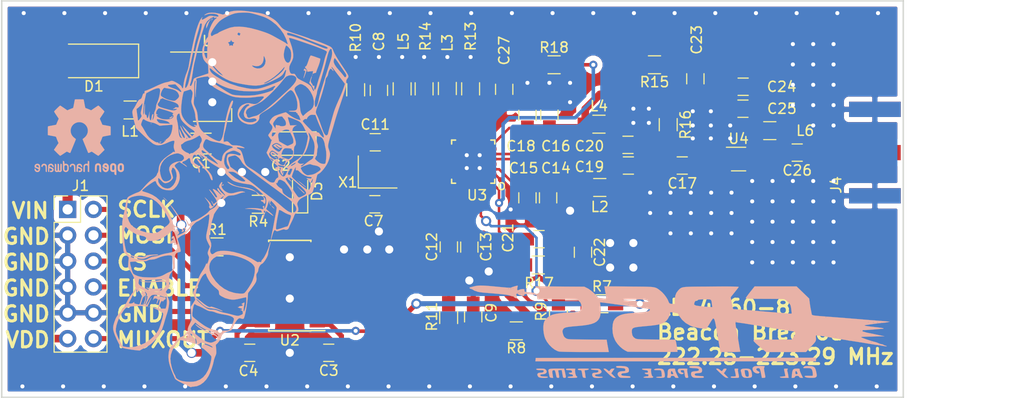
<source format=kicad_pcb>
(kicad_pcb (version 20171130) (host pcbnew "(5.0.0-rc2-dev-311-g1dd4af297)")
  (layers (0 F.Cu signal) (31 B.Cu signal) (34 B.Paste user) (35 F.Paste user) (36 B.SilkS user) (37 F.SilkS user) (38 B.Mask user) (39 F.Mask user) (44 Edge.Cuts user))
  (net 0 "")
  (net 1 GND)
  (net 2 VIN_IND)
  (net 3 VDD)
  (net 4 "Net-(C7-Pad2)")
  (net 5 "Net-(C8-Pad1)")
  (net 6 MUXOUT)
  (net 7 F_OUT)
  (net 8 "Net-(C17-Pad1)")
  (net 9 "Net-(C19-Pad2)")
  (net 10 "Net-(C20-Pad2)")
  (net 11 "Net-(C20-Pad1)")
  (net 12 "Net-(C21-Pad1)")
  (net 13 "Net-(C22-Pad1)")
  (net 14 "Net-(C23-Pad2)")
  (net 15 "Net-(C26-Pad2)")
  (net 16 "Net-(C26-Pad1)")
  (net 17 "Net-(C27-Pad1)")
  (net 18 VIN)
  (net 19 "Net-(D1-Pad1)")
  (net 20 "Net-(D3-Pad1)")
  (net 21 SCLK)
  (net 22 CE)
  (net 23 "Net-(L3-Pad1)")
  (net 24 "Net-(L5-Pad1)")
  (net 25 "Net-(R7-Pad1)")
  (net 26 "Net-(R10-Pad1)")
  (net 27 "Net-(R11-Pad1)")
  (net 28 "Net-(U3-Pad16)")
  (net 29 "Net-(C11-Pad2)")
  (net 30 CE_OUT)
  (net 31 LE_OUT)
  (net 32 DATA_OUT)
  (net 33 SCLK_OUT)
  (net 34 "Net-(R1-Pad2)")
  (net 35 "Net-(U2-Pad9)")
  (net 36 "Net-(U2-Pad6)")
  (net 37 LE)
  (net 38 DATA)
  (module Inductors_SMD:L_0805_HandSoldering (layer F.Cu) (at 171.624 70.739 180)
    (fp_text reference L1 (at 0 -2.1 180) (layer F.SilkS))
    (fp_text value MH2029-300Y)
    (pad 2 smd rect (at 1.35 0 180) (size 1.5 1.3) (layers F.Cu F.Paste F.Mask) (net 19 "Net-(D1-Pad1)"))
    (pad 1 smd rect (at -1.35 0 180) (size 1.5 1.3) (layers F.Cu F.Paste F.Mask) (net 2 VIN_IND))
  )
  (module TO_SOT_Packages_SMD:SOT-223 (layer F.Cu) (at 179.705 68.453)
    (fp_text reference U1 (at 0 -4.5) (layer F.SilkS))
    (fp_text value LM1117-3.3)
    (pad 1 smd rect (at -3.15 -2.3) (size 2 1.5) (layers F.Cu F.Paste F.Mask) (net 1 GND))
    (pad 3 smd rect (at -3.15 2.3) (size 2 1.5) (layers F.Cu F.Paste F.Mask) (net 2 VIN_IND))
    (pad 2 smd rect (at -3.15 0) (size 2 1.5) (layers F.Cu F.Paste F.Mask) (net 3 VDD))
    (pad 4 smd rect (at 3.15 0) (size 2 3.8) (layers F.Cu F.Paste F.Mask) (net 3 VDD))
  )
  (module Capacitors_SMD:C_1206_HandSoldering (layer F.Cu) (at 178.594 74.041)
    (fp_text reference C1 (at 0 1.905) (layer F.SilkS))
    (fp_text value 10u)
    (pad 2 smd rect (at 2 0) (size 2 1.6) (layers F.Cu F.Paste F.Mask) (net 1 GND))
    (pad 1 smd rect (at -2 0) (size 2 1.6) (layers F.Cu F.Paste F.Mask) (net 2 VIN_IND))
  )
  (module Diodes_SMD:D_SMA_Handsoldering (layer F.Cu) (at 168.061 65.913 180)
    (fp_text reference D1 (at 0 -2.5 180) (layer F.SilkS))
    (fp_text value BYS10-45-E3/TR)
    (pad 2 smd rect (at 2.5 0 180) (size 3.5 1.8) (layers F.Cu F.Paste F.Mask) (net 18 VIN))
    (pad 1 smd rect (at -2.5 0 180) (size 3.5 1.8) (layers F.Cu F.Paste F.Mask) (net 19 "Net-(D1-Pad1)"))
  )
  (module Capacitors_Tantalum_SMD:CP_Tantalum_Case-R_EIA-2012-12_Hand (layer F.Cu) (at 186.612 74.041 180)
    (fp_text reference C2 (at 0.176 -2.159 180) (layer F.SilkS))
    (fp_text value 50u)
    (pad 2 smd rect (at 1.7 0 180) (size 2.6 1.8) (layers F.Cu F.Paste F.Mask) (net 1 GND))
    (pad 1 smd rect (at -1.7 0 180) (size 2.6 1.8) (layers F.Cu F.Paste F.Mask) (net 3 VDD))
  )
  (module Capacitors_SMD:C_0805_HandSoldering (layer F.Cu) (at 195.687 80.01)
    (fp_text reference C7 (at -0.127 1.651) (layer F.SilkS))
    (fp_text value 10n)
    (pad 1 smd rect (at -1.25 0) (size 1.5 1.25) (layers F.Cu F.Paste F.Mask) (net 3 VDD))
    (pad 2 smd rect (at 1.25 0) (size 1.5 1.25) (layers F.Cu F.Paste F.Mask) (net 4 "Net-(C7-Pad2)"))
  )
  (module Capacitors_SMD:C_0805_HandSoldering (layer F.Cu) (at 196.088 68.814 90)
    (fp_text reference C8 (at 4.806 0 90) (layer F.SilkS))
    (fp_text value 10n)
    (pad 2 smd rect (at 1.25 0 90) (size 1.5 1.25) (layers F.Cu F.Paste F.Mask) (net 1 GND))
    (pad 1 smd rect (at -1.25 0 90) (size 1.5 1.25) (layers F.Cu F.Paste F.Mask) (net 5 "Net-(C8-Pad1)"))
  )
  (module Capacitors_SMD:C_0805_HandSoldering (layer F.Cu) (at 205.359 91.079 90)
    (fp_text reference C9 (at 0.401 1.778 90) (layer F.SilkS))
    (fp_text value 27n)
    (pad 2 smd rect (at 1.25 0 90) (size 1.5 1.25) (layers F.Cu F.Paste F.Mask) (net 1 GND))
    (pad 1 smd rect (at -1.25 0 90) (size 1.5 1.25) (layers F.Cu F.Paste F.Mask) (net 6 MUXOUT))
  )
  (module Capacitors_SMD:C_0805_HandSoldering (layer F.Cu) (at 195.727 73.914)
    (fp_text reference C11 (at 0 -1.75) (layer F.SilkS))
    (fp_text value 10u)
    (pad 1 smd rect (at -1.25 0) (size 1.5 1.25) (layers F.Cu F.Paste F.Mask) (net 3 VDD))
    (pad 2 smd rect (at 1.25 0) (size 1.5 1.25) (layers F.Cu F.Paste F.Mask) (net 29 "Net-(C11-Pad2)"))
  )
  (module Capacitors_SMD:C_0805_HandSoldering (layer F.Cu) (at 202.966 84.201 90)
    (fp_text reference C12 (at 0 -1.671 90) (layer F.SilkS))
    (fp_text value 0.1u)
    (pad 1 smd rect (at -1.25 0 90) (size 1.5 1.25) (layers F.Cu F.Paste F.Mask) (net 1 GND))
    (pad 2 smd rect (at 1.25 0 90) (size 1.5 1.25) (layers F.Cu F.Paste F.Mask) (net 3 VDD))
  )
  (module Capacitors_SMD:C_0805_HandSoldering (layer F.Cu) (at 204.978 84.221 90)
    (fp_text reference C13 (at 0.02 1.651 90) (layer F.SilkS))
    (fp_text value 10p)
    (pad 2 smd rect (at 1.25 0 90) (size 1.5 1.25) (layers F.Cu F.Paste F.Mask) (net 3 VDD))
    (pad 1 smd rect (at -1.25 0 90) (size 1.5 1.25) (layers F.Cu F.Paste F.Mask) (net 1 GND))
  )
  (module Capacitors_SMD:C_0805_HandSoldering (layer F.Cu) (at 212.725 79.375 90)
    (fp_text reference C14 (at 2.921 0.762 180) (layer F.SilkS))
    (fp_text value 0.1u)
    (pad 2 smd rect (at 1.25 0 90) (size 1.5 1.25) (layers F.Cu F.Paste F.Mask) (net 3 VDD))
    (pad 1 smd rect (at -1.25 0 90) (size 1.5 1.25) (layers F.Cu F.Paste F.Mask) (net 1 GND))
  )
  (module Capacitors_SMD:C_0805_HandSoldering (layer F.Cu) (at 210.693 79.375 90)
    (fp_text reference C15 (at 2.921 -0.381) (layer F.SilkS))
    (fp_text value 10p)
    (pad 1 smd rect (at -1.25 0 90) (size 1.5 1.25) (layers F.Cu F.Paste F.Mask) (net 1 GND))
    (pad 2 smd rect (at 1.25 0 90) (size 1.5 1.25) (layers F.Cu F.Paste F.Mask) (net 3 VDD))
  )
  (module Capacitors_SMD:C_0805_HandSoldering (layer F.Cu) (at 212.852 71.247 90)
    (fp_text reference C16 (at -3.048 0.635) (layer F.SilkS))
    (fp_text value 0.1u)
    (pad 2 smd rect (at 1.25 0 90) (size 1.5 1.25) (layers F.Cu F.Paste F.Mask) (net 1 GND))
    (pad 1 smd rect (at -1.25 0 90) (size 1.5 1.25) (layers F.Cu F.Paste F.Mask) (net 3 VDD))
  )
  (module Capacitors_SMD:C_0805_HandSoldering (layer F.Cu) (at 225.913 76.2 180)
    (fp_text reference C17 (at 0 -1.75 180) (layer F.SilkS))
    (fp_text value 270p)
    (pad 2 smd rect (at 1.25 0 180) (size 1.5 1.25) (layers F.Cu F.Paste F.Mask) (net 7 F_OUT))
    (pad 1 smd rect (at -1.25 0 180) (size 1.5 1.25) (layers F.Cu F.Paste F.Mask) (net 8 "Net-(C17-Pad1)"))
  )
  (module Capacitors_SMD:C_0805_HandSoldering (layer F.Cu) (at 210.693 71.267 90)
    (fp_text reference C18 (at -3.028 -0.635 180) (layer F.SilkS))
    (fp_text value 10p)
    (pad 2 smd rect (at 1.25 0 90) (size 1.5 1.25) (layers F.Cu F.Paste F.Mask) (net 1 GND))
    (pad 1 smd rect (at -1.25 0 90) (size 1.5 1.25) (layers F.Cu F.Paste F.Mask) (net 3 VDD))
  )
  (module Capacitors_SMD:C_0805_HandSoldering (layer F.Cu) (at 220.619 76.2 180)
    (fp_text reference C19 (at 3.83 -0.127 180) (layer F.SilkS))
    (fp_text value 100p)
    (pad 2 smd rect (at 1.25 0 180) (size 1.5 1.25) (layers F.Cu F.Paste F.Mask) (net 9 "Net-(C19-Pad2)"))
    (pad 1 smd rect (at -1.25 0 180) (size 1.5 1.25) (layers F.Cu F.Paste F.Mask) (net 7 F_OUT))
  )
  (module Capacitors_SMD:C_0805_HandSoldering (layer F.Cu) (at 220.579 74.168 180)
    (fp_text reference C20 (at 3.79 -0.127 180) (layer F.SilkS))
    (fp_text value 100p)
    (pad 2 smd rect (at 1.25 0 180) (size 1.5 1.25) (layers F.Cu F.Paste F.Mask) (net 10 "Net-(C20-Pad2)"))
    (pad 1 smd rect (at -1.25 0 180) (size 1.5 1.25) (layers F.Cu F.Paste F.Mask) (net 11 "Net-(C20-Pad1)"))
  )
  (module Capacitors_SMD:C_0805_HandSoldering (layer F.Cu) (at 211.836 83.439)
    (fp_text reference C21 (at -3.048 -0.127 90) (layer F.SilkS))
    (fp_text value 560p)
    (pad 1 smd rect (at -1.25 0) (size 1.5 1.25) (layers F.Cu F.Paste F.Mask) (net 12 "Net-(C21-Pad1)"))
    (pad 2 smd rect (at 1.25 0) (size 1.5 1.25) (layers F.Cu F.Paste F.Mask) (net 1 GND))
  )
  (module Capacitors_SMD:C_0805_HandSoldering (layer F.Cu) (at 216.154 84.729 90)
    (fp_text reference C22 (at 0 1.651 90) (layer F.SilkS))
    (fp_text value 8.2n)
    (pad 1 smd rect (at -1.25 0 90) (size 1.5 1.25) (layers F.Cu F.Paste F.Mask) (net 13 "Net-(C22-Pad1)"))
    (pad 2 smd rect (at 1.25 0 90) (size 1.5 1.25) (layers F.Cu F.Paste F.Mask) (net 1 GND))
  )
  (module Capacitors_SMD:C_0805_HandSoldering (layer F.Cu) (at 227.203 67.671 90)
    (fp_text reference C23 (at 3.83 0.127 90) (layer F.SilkS))
    (fp_text value 1u)
    (pad 1 smd rect (at -1.25 0 90) (size 1.5 1.25) (layers F.Cu F.Paste F.Mask) (net 1 GND))
    (pad 2 smd rect (at 1.25 0 90) (size 1.5 1.25) (layers F.Cu F.Paste F.Mask) (net 14 "Net-(C23-Pad2)"))
  )
  (module Capacitors_SMD:C_0805_HandSoldering (layer F.Cu) (at 231.902 68.453)
    (fp_text reference C24 (at 3.79 0) (layer F.SilkS))
    (fp_text value 1n)
    (pad 2 smd rect (at 1.25 0) (size 1.5 1.25) (layers F.Cu F.Paste F.Mask) (net 14 "Net-(C23-Pad2)"))
    (pad 1 smd rect (at -1.25 0) (size 1.5 1.25) (layers F.Cu F.Paste F.Mask) (net 1 GND))
  )
  (module Capacitors_SMD:C_0805_HandSoldering (layer F.Cu) (at 231.882 70.612)
    (fp_text reference C25 (at 3.83 0) (layer F.SilkS))
    (fp_text value 150p)
    (pad 1 smd rect (at -1.25 0) (size 1.5 1.25) (layers F.Cu F.Paste F.Mask) (net 1 GND))
    (pad 2 smd rect (at 1.25 0) (size 1.5 1.25) (layers F.Cu F.Paste F.Mask) (net 14 "Net-(C23-Pad2)"))
  )
  (module Capacitors_SMD:C_0805_HandSoldering (layer F.Cu) (at 237.216 74.93 180)
    (fp_text reference C26 (at 0 -1.75 180) (layer F.SilkS))
    (fp_text value 270p)
    (pad 2 smd rect (at 1.25 0 180) (size 1.5 1.25) (layers F.Cu F.Paste F.Mask) (net 15 "Net-(C26-Pad2)"))
    (pad 1 smd rect (at -1.25 0 180) (size 1.5 1.25) (layers F.Cu F.Paste F.Mask) (net 16 "Net-(C26-Pad1)"))
  )
  (module Capacitors_SMD:C_0805_HandSoldering (layer F.Cu) (at 208.407 68.707 270)
    (fp_text reference C27 (at -3.81 0 270) (layer F.SilkS))
    (fp_text value 270p)
    (pad 1 smd rect (at -1.25 0 270) (size 1.5 1.25) (layers F.Cu F.Paste F.Mask) (net 17 "Net-(C27-Pad1)"))
    (pad 2 smd rect (at 1.25 0 270) (size 1.5 1.25) (layers F.Cu F.Paste F.Mask) (net 1 GND))
  )
  (module LEDs:LED_0805_HandSoldering (layer F.Cu) (at 188.341 78.66 90)
    (fp_text reference D3 (at -0.08 1.651 90) (layer F.SilkS))
    (fp_text value LED)
    (pad 2 smd rect (at 1.35 0 90) (size 1.5 1.3) (layers F.Cu F.Paste F.Mask) (net 3 VDD))
    (pad 1 smd rect (at -1.35 0 90) (size 1.5 1.3) (layers F.Cu F.Paste F.Mask) (net 20 "Net-(D3-Pad1)"))
  )
  (module Connectors_Amphenol:Amphenol_RF_SMA_132289 (layer F.Cu) (at 244.856 74.93)
    (fp_text reference J4 (at -3.81 3.175 270) (layer F.SilkS))
    (fp_text value Conn_Coaxial)
    (pad 1 smd rect (at 0 0 90) (size 1.5 5.08) (layers F.Cu F.Paste F.Mask) (net 16 "Net-(C26-Pad1)"))
    (pad 2 smd rect (at 0 -4.25 90) (size 1.5 5.08) (layers F.Cu F.Paste F.Mask) (net 1 GND))
    (pad 2 smd rect (at 0 4.25 90) (size 1.5 5.08) (layers F.Cu F.Paste F.Mask) (net 1 GND))
    (pad 2 smd rect (at 0 -4.25 90) (size 1.5 5.08) (layers B.Cu B.Paste B.Mask) (net 1 GND))
    (pad 2 smd rect (at 0 4.25 90) (size 1.5 5.08) (layers B.Cu B.Paste B.Mask) (net 1 GND))
  )
  (module Inductors_SMD:L_0805_HandSoldering (layer F.Cu) (at 217.805 78.359)
    (fp_text reference L2 (at 0 1.905) (layer F.SilkS))
    (fp_text value 55.0n)
    (pad 1 smd rect (at -1.35 0) (size 1.5 1.3) (layers F.Cu F.Paste F.Mask) (net 3 VDD))
    (pad 2 smd rect (at 1.35 0) (size 1.5 1.3) (layers F.Cu F.Paste F.Mask) (net 9 "Net-(C19-Pad2)"))
  )
  (module Inductors_SMD:L_0805_HandSoldering (layer F.Cu) (at 202.819 68.627 90)
    (fp_text reference L3 (at 4.492 0 90) (layer F.SilkS))
    (fp_text value 53n)
    (pad 2 smd rect (at 1.35 0 90) (size 1.5 1.3) (layers F.Cu F.Paste F.Mask) (net 1 GND))
    (pad 1 smd rect (at -1.35 0 90) (size 1.5 1.3) (layers F.Cu F.Paste F.Mask) (net 23 "Net-(L3-Pad1)"))
  )
  (module Inductors_SMD:L_0805_HandSoldering (layer F.Cu) (at 217.725 72.136)
    (fp_text reference L4 (at 0 -1.778) (layer F.SilkS))
    (fp_text value 55.0n)
    (pad 2 smd rect (at 1.35 0) (size 1.5 1.3) (layers F.Cu F.Paste F.Mask) (net 10 "Net-(C20-Pad2)"))
    (pad 1 smd rect (at -1.35 0) (size 1.5 1.3) (layers F.Cu F.Paste F.Mask) (net 3 VDD))
  )
  (module Inductors_SMD:L_0805_HandSoldering (layer F.Cu) (at 198.374 68.66 90)
    (fp_text reference L5 (at 4.652 0.127 90) (layer F.SilkS))
    (fp_text value 53n)
    (pad 1 smd rect (at -1.35 0 90) (size 1.5 1.3) (layers F.Cu F.Paste F.Mask) (net 24 "Net-(L5-Pad1)"))
    (pad 2 smd rect (at 1.35 0 90) (size 1.5 1.3) (layers F.Cu F.Paste F.Mask) (net 1 GND))
  )
  (module Inductors_SMD:L_0805_HandSoldering (layer F.Cu) (at 234.522 72.771)
    (fp_text reference L6 (at 3.476 0) (layer F.SilkS))
    (fp_text value 72n)
    (pad 1 smd rect (at -1.35 0) (size 1.5 1.3) (layers F.Cu F.Paste F.Mask) (net 14 "Net-(C23-Pad2)"))
    (pad 2 smd rect (at 1.35 0) (size 1.5 1.3) (layers F.Cu F.Paste F.Mask) (net 15 "Net-(C26-Pad2)"))
  )
  (module Resistors_SMD:R_0805_HandSoldering (layer F.Cu) (at 184.23 80.01 180)
    (fp_text reference R4 (at 0 -1.7 180) (layer F.SilkS))
    (fp_text value 2.2k)
    (pad 1 smd rect (at -1.35 0 180) (size 1.5 1.3) (layers F.Cu F.Paste F.Mask) (net 20 "Net-(D3-Pad1)"))
    (pad 2 smd rect (at 1.35 0 180) (size 1.5 1.3) (layers F.Cu F.Paste F.Mask) (net 1 GND))
  )
  (module Resistors_SMD:R_0805_HandSoldering (layer F.Cu) (at 218.012 89.789)
    (fp_text reference R7 (at 0 -1.7) (layer F.SilkS))
    (fp_text value 0)
    (pad 2 smd rect (at 1.35 0) (size 1.5 1.3) (layers F.Cu F.Paste F.Mask) (net 22 CE))
    (pad 1 smd rect (at -1.35 0) (size 1.5 1.3) (layers F.Cu F.Paste F.Mask) (net 25 "Net-(R7-Pad1)"))
  )
  (module Resistors_SMD:R_0805_HandSoldering (layer F.Cu) (at 209.597 92.456 180)
    (fp_text reference R8 (at 0 -1.7 180) (layer F.SilkS))
    (fp_text value 10k)
    (pad 1 smd rect (at -1.35 0 180) (size 1.5 1.3) (layers F.Cu F.Paste F.Mask) (net 3 VDD))
    (pad 2 smd rect (at 1.35 0 180) (size 1.5 1.3) (layers F.Cu F.Paste F.Mask) (net 6 MUXOUT))
  )
  (module Resistors_SMD:R_0805_HandSoldering (layer F.Cu) (at 213.741 91.059 90)
    (fp_text reference R9 (at 0.508 -1.7 90) (layer F.SilkS))
    (fp_text value 0)
    (pad 1 smd rect (at -1.35 0 90) (size 1.5 1.3) (layers F.Cu F.Paste F.Mask) (net 3 VDD))
    (pad 2 smd rect (at 1.35 0 90) (size 1.5 1.3) (layers F.Cu F.Paste F.Mask) (net 25 "Net-(R7-Pad1)"))
  )
  (module Resistors_SMD:R_0805_HandSoldering (layer F.Cu) (at 193.802 68.754 90)
    (fp_text reference R10 (at 5.127 0 90) (layer F.SilkS))
    (fp_text value 4.7k)
    (pad 2 smd rect (at 1.35 0 90) (size 1.5 1.3) (layers F.Cu F.Paste F.Mask) (net 1 GND))
    (pad 1 smd rect (at -1.35 0 90) (size 1.5 1.3) (layers F.Cu F.Paste F.Mask) (net 26 "Net-(R10-Pad1)"))
  )
  (module Resistors_SMD:R_0805_HandSoldering (layer F.Cu) (at 202.946 91.139 270)
    (fp_text reference R11 (at -0.08 1.651 270) (layer F.SilkS))
    (fp_text value 1.3k)
    (pad 2 smd rect (at 1.35 0 270) (size 1.5 1.3) (layers F.Cu F.Paste F.Mask) (net 6 MUXOUT))
    (pad 1 smd rect (at -1.35 0 270) (size 1.5 1.3) (layers F.Cu F.Paste F.Mask) (net 27 "Net-(R11-Pad1)"))
  )
  (module Resistors_SMD:R_0805_HandSoldering (layer F.Cu) (at 205.105 68.66 90)
    (fp_text reference R13 (at 5.16 0 90) (layer F.SilkS))
    (fp_text value 470)
    (pad 1 smd rect (at -1.35 0 90) (size 1.5 1.3) (layers F.Cu F.Paste F.Mask) (net 23 "Net-(L3-Pad1)"))
    (pad 2 smd rect (at 1.35 0 90) (size 1.5 1.3) (layers F.Cu F.Paste F.Mask) (net 1 GND))
  )
  (module Resistors_SMD:R_0805_HandSoldering (layer F.Cu) (at 200.533 68.66 90)
    (fp_text reference R14 (at 5.16 0.127 90) (layer F.SilkS))
    (fp_text value 470)
    (pad 2 smd rect (at 1.35 0 90) (size 1.5 1.3) (layers F.Cu F.Paste F.Mask) (net 1 GND))
    (pad 1 smd rect (at -1.35 0 90) (size 1.5 1.3) (layers F.Cu F.Paste F.Mask) (net 24 "Net-(L5-Pad1)"))
  )
  (module Resistors_SMD:R_0805_HandSoldering (layer F.Cu) (at 223.186 66.294 180)
    (fp_text reference R15 (at 0 -1.7 180) (layer F.SilkS))
    (fp_text value 50)
    (pad 2 smd rect (at 1.35 0 180) (size 1.5 1.3) (layers F.Cu F.Paste F.Mask) (net 3 VDD))
    (pad 1 smd rect (at -1.35 0 180) (size 1.5 1.3) (layers F.Cu F.Paste F.Mask) (net 14 "Net-(C23-Pad2)"))
  )
  (module Resistors_SMD:R_0805_HandSoldering (layer F.Cu) (at 224.536 72.183 270)
    (fp_text reference R16 (at 0 -1.7 270) (layer F.SilkS))
    (fp_text value 50)
    (pad 2 smd rect (at 1.35 0 270) (size 1.5 1.3) (layers F.Cu F.Paste F.Mask) (net 11 "Net-(C20-Pad1)"))
    (pad 1 smd rect (at -1.35 0 270) (size 1.5 1.3) (layers F.Cu F.Paste F.Mask) (net 1 GND))
  )
  (module Resistors_SMD:R_0805_HandSoldering (layer F.Cu) (at 211.756 85.979)
    (fp_text reference R17 (at 0.08 1.778) (layer F.SilkS))
    (fp_text value 13k)
    (pad 1 smd rect (at -1.35 0) (size 1.5 1.3) (layers F.Cu F.Paste F.Mask) (net 12 "Net-(C21-Pad1)"))
    (pad 2 smd rect (at 1.35 0) (size 1.5 1.3) (layers F.Cu F.Paste F.Mask) (net 13 "Net-(C22-Pad1)"))
  )
  (module Resistors_SMD:R_0805_HandSoldering (layer F.Cu) (at 213.313 66.294)
    (fp_text reference R18 (at 0 -1.7) (layer F.SilkS))
    (fp_text value 27k)
    (pad 2 smd rect (at 1.35 0) (size 1.5 1.3) (layers F.Cu F.Paste F.Mask) (net 12 "Net-(C21-Pad1)"))
    (pad 1 smd rect (at -1.35 0) (size 1.5 1.3) (layers F.Cu F.Paste F.Mask) (net 17 "Net-(C27-Pad1)"))
  )
  (module Housings_CSP:ADF4360-8BCPZRL7 (layer F.Cu) (at 205.359 75.819 180)
    (fp_text reference U3 (at -0.381 -3.302 180) (layer F.SilkS))
    (fp_text value ADF4360-8 hide)
    (fp_text user o (at -2.794 -2.286 180) (layer F.SilkS))
    (pad 25 smd rect (at 0 0 180) (size 2.4384 2.4384) (layers F.Cu F.Paste F.Mask) (net 1 GND))
    (pad 24 smd rect (at -1.25 -1.8923 180) (size 0.3048 0.8128) (layers F.Cu F.Paste F.Mask) (net 12 "Net-(C21-Pad1)"))
    (pad 23 smd rect (at -0.750001 -1.8923 180) (size 0.3048 0.8128) (layers F.Cu F.Paste F.Mask) (net 25 "Net-(R7-Pad1)"))
    (pad 22 smd rect (at -0.25 -1.8923 180) (size 0.3048 0.8128) (layers F.Cu F.Paste F.Mask) (net 1 GND))
    (pad 21 smd rect (at 0.25 -1.8923 180) (size 0.3048 0.8128) (layers F.Cu F.Paste F.Mask) (net 3 VDD))
    (pad 20 smd rect (at 0.750001 -1.8923 180) (size 0.3048 0.8128) (layers F.Cu F.Paste F.Mask) (net 27 "Net-(R11-Pad1)"))
    (pad 19 smd rect (at 1.25 -1.8923 180) (size 0.3048 0.8128) (layers F.Cu F.Paste F.Mask) (net 37 LE))
    (pad 18 smd rect (at 1.8923 -1.25 270) (size 0.3048 0.8128) (layers F.Cu F.Paste F.Mask) (net 38 DATA))
    (pad 17 smd rect (at 1.8923 -0.750001 270) (size 0.3048 0.8128) (layers F.Cu F.Paste F.Mask) (net 21 SCLK))
    (pad 16 smd rect (at 1.8923 -0.25 270) (size 0.3048 0.8128) (layers F.Cu F.Paste F.Mask) (net 28 "Net-(U3-Pad16)"))
    (pad 15 smd rect (at 1.8923 0.25 270) (size 0.3048 0.8128) (layers F.Cu F.Paste F.Mask) (net 1 GND))
    (pad 14 smd rect (at 1.8923 0.750001 270) (size 0.3048 0.8128) (layers F.Cu F.Paste F.Mask) (net 29 "Net-(C11-Pad2)"))
    (pad 13 smd rect (at 1.8923 1.25 270) (size 0.3048 0.8128) (layers F.Cu F.Paste F.Mask) (net 26 "Net-(R10-Pad1)"))
    (pad 12 smd rect (at 1.25 1.8923 180) (size 0.3048 0.8128) (layers F.Cu F.Paste F.Mask) (net 5 "Net-(C8-Pad1)"))
    (pad 11 smd rect (at 0.750001 1.8923 180) (size 0.3048 0.8128) (layers F.Cu F.Paste F.Mask) (net 1 GND))
    (pad 10 smd rect (at 0.25 1.8923 180) (size 0.3048 0.8128) (layers F.Cu F.Paste F.Mask) (net 24 "Net-(L5-Pad1)"))
    (pad 9 smd rect (at -0.25 1.8923 180) (size 0.3048 0.8128) (layers F.Cu F.Paste F.Mask) (net 23 "Net-(L3-Pad1)"))
    (pad 8 smd rect (at -0.750001 1.8923 180) (size 0.3048 0.8128) (layers F.Cu F.Paste F.Mask) (net 1 GND))
    (pad 7 smd rect (at -1.25 1.8923 180) (size 0.3048 0.8128) (layers F.Cu F.Paste F.Mask) (net 17 "Net-(C27-Pad1)"))
    (pad 6 smd rect (at -1.8923 1.25 270) (size 0.3048 0.8128) (layers F.Cu F.Paste F.Mask) (net 3 VDD))
    (pad 5 smd rect (at -1.8923 0.750001 270) (size 0.3048 0.8128) (layers F.Cu F.Paste F.Mask) (net 10 "Net-(C20-Pad2)"))
    (pad 4 smd rect (at -1.8923 0.25 270) (size 0.3048 0.8128) (layers F.Cu F.Paste F.Mask) (net 9 "Net-(C19-Pad2)"))
    (pad 3 smd rect (at -1.8923 -0.25 270) (size 0.3048 0.8128) (layers F.Cu F.Paste F.Mask) (net 1 GND))
    (pad 2 smd rect (at -1.8923 -0.750001 270) (size 0.3048 0.8128) (layers F.Cu F.Paste F.Mask) (net 3 VDD))
    (pad 1 smd rect (at -1.8923 -1.25 270) (size 0.3048 0.8128) (layers F.Cu F.Paste F.Mask) (net 1 GND))
  )
  (module TO_SOT_Packages_SMD:SOT-363_SC-70-6_Handsoldering (layer F.Cu) (at 231.454 75.565)
    (fp_text reference U4 (at 0 -2) (layer F.SilkS))
    (fp_text value QPA4463ASR)
    (pad 6 smd rect (at 1.33 -0.65) (size 1.5 0.4) (layers F.Cu F.Paste F.Mask) (net 15 "Net-(C26-Pad2)"))
    (pad 5 smd rect (at 1.33 0) (size 1.5 0.4) (layers F.Cu F.Paste F.Mask) (net 1 GND))
    (pad 4 smd rect (at 1.33 0.65) (size 1.5 0.4) (layers F.Cu F.Paste F.Mask) (net 1 GND))
    (pad 3 smd rect (at -1.33 0.65) (size 1.5 0.4) (layers F.Cu F.Paste F.Mask) (net 8 "Net-(C17-Pad1)"))
    (pad 2 smd rect (at -1.33 0) (size 1.5 0.4) (layers F.Cu F.Paste F.Mask) (net 1 GND))
    (pad 1 smd rect (at -1.33 -0.65) (size 1.5 0.4) (layers F.Cu F.Paste F.Mask) (net 1 GND))
  )
  (module Oscillators:Oscillator_SMD_Abracon_ASE-4pin_3.2x2.5mm (layer F.Cu) (at 195.961 76.835)
    (fp_text reference X1 (at -2.921 1.016) (layer F.SilkS))
    (fp_text value ASEMB-10.000MHz)
    (pad 4 smd rect (at -1.05 -0.825) (size 1.3 1.1) (layers F.Cu F.Paste F.Mask) (net 3 VDD))
    (pad 3 smd rect (at 1.05 -0.825) (size 1.3 1.1) (layers F.Cu F.Paste F.Mask) (net 28 "Net-(U3-Pad16)"))
    (pad 2 smd rect (at 1.05 0.825) (size 1.3 1.1) (layers F.Cu F.Paste F.Mask) (net 4 "Net-(C7-Pad2)"))
    (pad 1 smd rect (at -1.05 0.825) (size 1.3 1.1) (layers F.Cu F.Paste F.Mask) (net 3 VDD))
  )
  (module Capacitors_SMD:C_0805_HandSoldering (layer F.Cu) (at 191.155 94.615 180)
    (fp_text reference C3 (at 0 -1.75 180) (layer F.SilkS))
    (fp_text value 0.1u)
    (pad 1 smd rect (at -1.25 0 180) (size 1.5 1.25) (layers F.Cu F.Paste F.Mask) (net 3 VDD))
    (pad 2 smd rect (at 1.25 0 180) (size 1.5 1.25) (layers F.Cu F.Paste F.Mask) (net 1 GND))
  )
  (module Capacitors_SMD:C_0805_HandSoldering (layer F.Cu) (at 183.388 94.615)
    (fp_text reference C4 (at -0.127 1.778) (layer F.SilkS))
    (fp_text value 0.1u)
    (pad 2 smd rect (at 1.25 0) (size 1.5 1.25) (layers F.Cu F.Paste F.Mask) (net 1 GND))
    (pad 1 smd rect (at -1.25 0) (size 1.5 1.25) (layers F.Cu F.Paste F.Mask) (net 2 VIN_IND))
  )
  (module Pin_Headers:Pin_Header_Straight_2x06_Pitch2.54mm (layer F.Cu) (at 165.481 80.518)
    (fp_text reference J1 (at 1.27 -2.33) (layer F.SilkS))
    (fp_text value Conn_01x12)
    (pad 12 thru_hole oval (at 2.54 12.7) (size 1.7 1.7) (drill 1) (layers *.Cu *.Mask) (net 6 MUXOUT))
    (pad 11 thru_hole oval (at 0 12.7) (size 1.7 1.7) (drill 1) (layers *.Cu *.Mask) (net 3 VDD))
    (pad 10 thru_hole oval (at 2.54 10.16) (size 1.7 1.7) (drill 1) (layers *.Cu *.Mask) (net 1 GND))
    (pad 9 thru_hole oval (at 0 10.16) (size 1.7 1.7) (drill 1) (layers *.Cu *.Mask) (net 1 GND))
    (pad 8 thru_hole oval (at 2.54 7.62) (size 1.7 1.7) (drill 1) (layers *.Cu *.Mask) (net 30 CE_OUT))
    (pad 7 thru_hole oval (at 0 7.62) (size 1.7 1.7) (drill 1) (layers *.Cu *.Mask) (net 1 GND))
    (pad 6 thru_hole oval (at 2.54 5.08) (size 1.7 1.7) (drill 1) (layers *.Cu *.Mask) (net 31 LE_OUT))
    (pad 5 thru_hole oval (at 0 5.08) (size 1.7 1.7) (drill 1) (layers *.Cu *.Mask) (net 1 GND))
    (pad 4 thru_hole oval (at 2.54 2.54) (size 1.7 1.7) (drill 1) (layers *.Cu *.Mask) (net 32 DATA_OUT))
    (pad 3 thru_hole oval (at 0 2.54) (size 1.7 1.7) (drill 1) (layers *.Cu *.Mask) (net 1 GND))
    (pad 2 thru_hole oval (at 2.54 0) (size 1.7 1.7) (drill 1) (layers *.Cu *.Mask) (net 33 SCLK_OUT))
    (pad 1 thru_hole rect (at 0 0) (size 1.7 1.7) (drill 1) (layers *.Cu *.Mask) (net 18 VIN))
  )
  (module Resistors_SMD:R_0805_HandSoldering (layer F.Cu) (at 180.166 84.201)
    (fp_text reference R1 (at 0 -1.7) (layer F.SilkS))
    (fp_text value 50k)
    (pad 2 smd rect (at 1.35 0) (size 1.5 1.3) (layers F.Cu F.Paste F.Mask) (net 34 "Net-(R1-Pad2)"))
    (pad 1 smd rect (at -1.35 0) (size 1.5 1.3) (layers F.Cu F.Paste F.Mask) (net 3 VDD))
  )
  (module Housings_SOIC:SOIC-14_3.9x8.7mm_Pitch1.27mm (layer F.Cu) (at 187.325 88.011 180)
    (fp_text reference U2 (at 0 -5.375 180) (layer F.SilkS))
    (fp_text value TXB0104D)
    (pad 14 smd rect (at 2.7 -3.81 180) (size 1.5 0.6) (layers F.Cu F.Paste F.Mask) (net 2 VIN_IND))
    (pad 13 smd rect (at 2.7 -2.54 180) (size 1.5 0.6) (layers F.Cu F.Paste F.Mask) (net 30 CE_OUT))
    (pad 12 smd rect (at 2.7 -1.27 180) (size 1.5 0.6) (layers F.Cu F.Paste F.Mask) (net 31 LE_OUT))
    (pad 11 smd rect (at 2.7 0 180) (size 1.5 0.6) (layers F.Cu F.Paste F.Mask) (net 32 DATA_OUT))
    (pad 10 smd rect (at 2.7 1.27 180) (size 1.5 0.6) (layers F.Cu F.Paste F.Mask) (net 33 SCLK_OUT))
    (pad 9 smd rect (at 2.7 2.54 180) (size 1.5 0.6) (layers F.Cu F.Paste F.Mask) (net 35 "Net-(U2-Pad9)"))
    (pad 8 smd rect (at 2.7 3.81 180) (size 1.5 0.6) (layers F.Cu F.Paste F.Mask) (net 34 "Net-(R1-Pad2)"))
    (pad 7 smd rect (at -2.7 3.81 180) (size 1.5 0.6) (layers F.Cu F.Paste F.Mask) (net 1 GND))
    (pad 6 smd rect (at -2.7 2.54 180) (size 1.5 0.6) (layers F.Cu F.Paste F.Mask) (net 36 "Net-(U2-Pad6)"))
    (pad 5 smd rect (at -2.7 1.27 180) (size 1.5 0.6) (layers F.Cu F.Paste F.Mask) (net 21 SCLK))
    (pad 4 smd rect (at -2.7 0 180) (size 1.5 0.6) (layers F.Cu F.Paste F.Mask) (net 38 DATA))
    (pad 3 smd rect (at -2.7 -1.27 180) (size 1.5 0.6) (layers F.Cu F.Paste F.Mask) (net 37 LE))
    (pad 2 smd rect (at -2.7 -2.54 180) (size 1.5 0.6) (layers F.Cu F.Paste F.Mask) (net 22 CE))
    (pad 1 smd rect (at -2.7 -3.81 180) (size 1.5 0.6) (layers F.Cu F.Paste F.Mask) (net 3 VDD))
  )
  (module Symbols:astro2 (layer B.Cu) (at 180.975 79.502 180)
    (fp_text reference G*** hide)
    (fp_text value LOGO hide)
  )
  (module Symbols:OSHW-Logo2_9.8x8mm_SilkScreen (layer B.Cu) (at 166.624 73.406 180)
    (fp_text reference REF*** hide)
    (fp_text value OSHW-Logo2_9.8x8mm_SilkScreen hide)
  )
  (module Symbols:cpssLogo (layer B.Cu) (at 225.552 92.456 180)
    (fp_text reference G*** hide)
    (fp_text value LOGO hide)
  )
  (gr_text "ADF4360-8\nBeacon Breakout\n222.25-223.29 MHz" (at 223.266 92.583) (layer F.SilkS) (effects (font (size 1.5 1.5) (thickness 0.3)) (justify left)))
  (gr_text VDD (at 161.544 93.345) (layer F.SilkS) (effects (font (size 1.5 1.5) (thickness 0.3))))
  (gr_text GND (at 161.417 90.805) (layer F.SilkS) (effects (font (size 1.5 1.5) (thickness 0.3))))
  (gr_text GND (at 161.417 88.265) (layer F.SilkS) (effects (font (size 1.5 1.5) (thickness 0.3))))
  (gr_text GND (at 161.417 85.725) (layer F.SilkS) (effects (font (size 1.5 1.5) (thickness 0.3))))
  (gr_text GND (at 161.417 83.185) (layer F.SilkS) (effects (font (size 1.5 1.5) (thickness 0.3))))
  (gr_text VIN (at 161.798 80.645) (layer F.SilkS) (effects (font (size 1.5 1.5) (thickness 0.3))))
  (gr_text MUXOUT (at 174.879 93.345) (layer F.SilkS) (effects (font (size 1.5 1.5) (thickness 0.3))))
  (gr_text GND (at 172.593 90.805) (layer F.SilkS) (effects (font (size 1.5 1.5) (thickness 0.3))))
  (gr_text ENABLE (at 174.498 88.265) (layer F.SilkS) (effects (font (size 1.5 1.5) (thickness 0.3))))
  (gr_text CS (at 171.831 85.725) (layer F.SilkS) (effects (font (size 1.5 1.5) (thickness 0.3))))
  (gr_text MOSI (at 173.101 83.058) (layer F.SilkS) (effects (font (size 1.5 1.5) (thickness 0.3))))
  (gr_text SCLK (at 173.228 80.518) (layer F.SilkS) (effects (font (size 1.5 1.5) (thickness 0.3))))
  (gr_line (start 159 99) (end 159 60) (layer Edge.Cuts) (width 0.15))
  (gr_line (start 247.65 99) (end 159 99) (layer Edge.Cuts) (width 0.15))
  (gr_line (start 247.65 60) (end 247.65 99) (layer Edge.Cuts) (width 0.15))
  (gr_line (start 159 60) (end 247.65 60) (layer Edge.Cuts) (width 0.15))
  (segment (start 230.124 74.915) (end 230.124 74.041) (width 0.25) (layer F.Cu) (net 1))
  (segment (start 231.521 75.828) (end 231.521 77.089) (width 0.25) (layer F.Cu) (net 1))
  (segment (start 230.124 75.565) (end 231.124 75.565) (width 0.25) (layer F.Cu) (net 1))
  (segment (start 231.124 75.565) (end 231.521 75.962) (width 0.25) (layer F.Cu) (net 1))
  (segment (start 231.521 75.962) (end 231.521 75.828) (width 0.25) (layer F.Cu) (net 1))
  (segment (start 231.521 75.828) (end 231.784 75.565) (width 0.25) (layer F.Cu) (net 1))
  (segment (start 231.784 75.565) (end 232.784 75.565) (width 0.25) (layer F.Cu) (net 1))
  (via (at 245.036 97.917) (size 0.8) (drill 0.4) (layers F.Cu B.Cu) (net 1))
  (via (at 241.036 97.917) (size 0.8) (drill 0.4) (layers F.Cu B.Cu) (net 1))
  (via (at 237.036 97.917) (size 0.8) (drill 0.4) (layers F.Cu B.Cu) (net 1))
  (via (at 233.036 97.917) (size 0.8) (drill 0.4) (layers F.Cu B.Cu) (net 1))
  (via (at 229.036 97.917) (size 0.8) (drill 0.4) (layers F.Cu B.Cu) (net 1))
  (via (at 225.036 97.917) (size 0.8) (drill 0.4) (layers F.Cu B.Cu) (net 1))
  (via (at 221.036 97.917) (size 0.8) (drill 0.4) (layers F.Cu B.Cu) (net 1))
  (via (at 217.036 97.917) (size 0.8) (drill 0.4) (layers F.Cu B.Cu) (net 1))
  (via (at 213.036 97.917) (size 0.8) (drill 0.4) (layers F.Cu B.Cu) (net 1))
  (via (at 209.036 97.917) (size 0.8) (drill 0.4) (layers F.Cu B.Cu) (net 1))
  (via (at 205.036 97.917) (size 0.8) (drill 0.4) (layers F.Cu B.Cu) (net 1))
  (via (at 201.036 97.917) (size 0.8) (drill 0.4) (layers F.Cu B.Cu) (net 1))
  (via (at 197.036 97.917) (size 0.8) (drill 0.4) (layers F.Cu B.Cu) (net 1))
  (via (at 193.036 97.917) (size 0.8) (drill 0.4) (layers F.Cu B.Cu) (net 1))
  (via (at 189.036 97.917) (size 0.8) (drill 0.4) (layers F.Cu B.Cu) (net 1))
  (via (at 185.036 97.917) (size 0.8) (drill 0.4) (layers F.Cu B.Cu) (net 1))
  (via (at 181.036 97.917) (size 0.8) (drill 0.4) (layers F.Cu B.Cu) (net 1))
  (via (at 177.036 97.917) (size 0.8) (drill 0.4) (layers F.Cu B.Cu) (net 1))
  (via (at 173.036 97.917) (size 0.8) (drill 0.4) (layers F.Cu B.Cu) (net 1))
  (via (at 169.036 97.917) (size 0.8) (drill 0.4) (layers F.Cu B.Cu) (net 1))
  (via (at 165.036 97.917) (size 0.8) (drill 0.4) (layers F.Cu B.Cu) (net 1))
  (via (at 161.036 97.917) (size 0.8) (drill 0.4) (layers F.Cu B.Cu) (net 1))
  (via (at 245.163 61.214) (size 0.8) (drill 0.4) (layers F.Cu B.Cu) (net 1))
  (via (at 241.163 61.214) (size 0.8) (drill 0.4) (layers F.Cu B.Cu) (net 1))
  (via (at 237.163 61.214) (size 0.8) (drill 0.4) (layers F.Cu B.Cu) (net 1))
  (via (at 233.163 61.214) (size 0.8) (drill 0.4) (layers F.Cu B.Cu) (net 1))
  (via (at 229.163 61.214) (size 0.8) (drill 0.4) (layers F.Cu B.Cu) (net 1))
  (via (at 225.163 61.214) (size 0.8) (drill 0.4) (layers F.Cu B.Cu) (net 1))
  (via (at 221.163 61.214) (size 0.8) (drill 0.4) (layers F.Cu B.Cu) (net 1))
  (via (at 217.163 61.214) (size 0.8) (drill 0.4) (layers F.Cu B.Cu) (net 1))
  (via (at 213.163 61.214) (size 0.8) (drill 0.4) (layers F.Cu B.Cu) (net 1))
  (via (at 209.163 61.214) (size 0.8) (drill 0.4) (layers F.Cu B.Cu) (net 1))
  (via (at 205.163 61.214) (size 0.8) (drill 0.4) (layers F.Cu B.Cu) (net 1))
  (via (at 201.163 61.214) (size 0.8) (drill 0.4) (layers F.Cu B.Cu) (net 1))
  (via (at 197.163 61.214) (size 0.8) (drill 0.4) (layers F.Cu B.Cu) (net 1))
  (via (at 193.163 61.214) (size 0.8) (drill 0.4) (layers F.Cu B.Cu) (net 1))
  (via (at 189.163 61.214) (size 0.8) (drill 0.4) (layers F.Cu B.Cu) (net 1))
  (via (at 185.163 61.214) (size 0.8) (drill 0.4) (layers F.Cu B.Cu) (net 1))
  (via (at 181.163 61.214) (size 0.8) (drill 0.4) (layers F.Cu B.Cu) (net 1))
  (via (at 177.163 61.214) (size 0.8) (drill 0.4) (layers F.Cu B.Cu) (net 1))
  (via (at 173.163 61.214) (size 0.8) (drill 0.4) (layers F.Cu B.Cu) (net 1))
  (via (at 169.163 61.214) (size 0.8) (drill 0.4) (layers F.Cu B.Cu) (net 1))
  (via (at 165.163 61.214) (size 0.8) (drill 0.4) (layers F.Cu B.Cu) (net 1))
  (via (at 161.163 61.214) (size 0.8) (drill 0.4) (layers F.Cu B.Cu) (net 1))
  (via (at 230.758 82.867) (size 0.8) (drill 0.4) (layers F.Cu B.Cu) (net 1))
  (via (at 228.758 82.867) (size 0.8) (drill 0.4) (layers F.Cu B.Cu) (net 1))
  (via (at 226.758 82.867) (size 0.8) (drill 0.4) (layers F.Cu B.Cu) (net 1))
  (via (at 224.758 82.867) (size 0.8) (drill 0.4) (layers F.Cu B.Cu) (net 1))
  (via (at 230.758 80.867) (size 0.8) (drill 0.4) (layers F.Cu B.Cu) (net 1))
  (via (at 228.758 80.867) (size 0.8) (drill 0.4) (layers F.Cu B.Cu) (net 1))
  (via (at 226.758 80.867) (size 0.8) (drill 0.4) (layers F.Cu B.Cu) (net 1))
  (via (at 224.758 80.867) (size 0.8) (drill 0.4) (layers F.Cu B.Cu) (net 1))
  (via (at 222.758 80.867) (size 0.8) (drill 0.4) (layers F.Cu B.Cu) (net 1))
  (via (at 230.758 78.867) (size 0.8) (drill 0.4) (layers F.Cu B.Cu) (net 1))
  (via (at 228.758 78.867) (size 0.8) (drill 0.4) (layers F.Cu B.Cu) (net 1))
  (via (at 226.758 78.867) (size 0.8) (drill 0.4) (layers F.Cu B.Cu) (net 1))
  (via (at 224.758 78.867) (size 0.8) (drill 0.4) (layers F.Cu B.Cu) (net 1))
  (via (at 222.758 78.867) (size 0.8) (drill 0.4) (layers F.Cu B.Cu) (net 1))
  (via (at 236.791 66.262) (size 0.8) (drill 0.4) (layers F.Cu B.Cu) (net 1))
  (via (at 236.791 64.262) (size 0.8) (drill 0.4) (layers F.Cu B.Cu) (net 1))
  (via (at 240.791 68.262) (size 0.8) (drill 0.4) (layers F.Cu B.Cu) (net 1))
  (via (at 240.791 66.262) (size 0.8) (drill 0.4) (layers F.Cu B.Cu) (net 1))
  (via (at 238.791 72.262) (size 0.8) (drill 0.4) (layers F.Cu B.Cu) (net 1))
  (via (at 240.791 70.262) (size 0.8) (drill 0.4) (layers F.Cu B.Cu) (net 1))
  (via (at 238.791 68.262) (size 0.8) (drill 0.4) (layers F.Cu B.Cu) (net 1))
  (via (at 238.791 66.262) (size 0.8) (drill 0.4) (layers F.Cu B.Cu) (net 1))
  (via (at 238.791 70.262) (size 0.8) (drill 0.4) (layers F.Cu B.Cu) (net 1))
  (via (at 240.791 64.262) (size 0.8) (drill 0.4) (layers F.Cu B.Cu) (net 1))
  (via (at 240.791 72.262) (size 0.8) (drill 0.4) (layers F.Cu B.Cu) (net 1))
  (via (at 236.791 68.262) (size 0.8) (drill 0.4) (layers F.Cu B.Cu) (net 1))
  (via (at 236.791 70.262) (size 0.8) (drill 0.4) (layers F.Cu B.Cu) (net 1))
  (via (at 238.791 64.262) (size 0.8) (drill 0.4) (layers F.Cu B.Cu) (net 1))
  (via (at 240.791 85.724) (size 0.8) (drill 0.4) (layers F.Cu B.Cu) (net 1))
  (via (at 238.791 85.724) (size 0.8) (drill 0.4) (layers F.Cu B.Cu) (net 1))
  (via (at 236.791 85.724) (size 0.8) (drill 0.4) (layers F.Cu B.Cu) (net 1))
  (via (at 234.791 85.724) (size 0.8) (drill 0.4) (layers F.Cu B.Cu) (net 1))
  (via (at 232.791 85.724) (size 0.8) (drill 0.4) (layers F.Cu B.Cu) (net 1))
  (via (at 240.791 83.724) (size 0.8) (drill 0.4) (layers F.Cu B.Cu) (net 1))
  (via (at 238.791 83.724) (size 0.8) (drill 0.4) (layers F.Cu B.Cu) (net 1))
  (via (at 236.791 83.724) (size 0.8) (drill 0.4) (layers F.Cu B.Cu) (net 1))
  (via (at 234.791 83.724) (size 0.8) (drill 0.4) (layers F.Cu B.Cu) (net 1))
  (via (at 232.791 83.724) (size 0.8) (drill 0.4) (layers F.Cu B.Cu) (net 1))
  (via (at 240.791 81.724) (size 0.8) (drill 0.4) (layers F.Cu B.Cu) (net 1))
  (via (at 238.791 81.724) (size 0.8) (drill 0.4) (layers F.Cu B.Cu) (net 1))
  (via (at 236.791 81.724) (size 0.8) (drill 0.4) (layers F.Cu B.Cu) (net 1))
  (via (at 234.791 81.724) (size 0.8) (drill 0.4) (layers F.Cu B.Cu) (net 1))
  (via (at 232.791 81.724) (size 0.8) (drill 0.4) (layers F.Cu B.Cu) (net 1))
  (via (at 240.791 79.724) (size 0.8) (drill 0.4) (layers F.Cu B.Cu) (net 1))
  (via (at 238.791 79.724) (size 0.8) (drill 0.4) (layers F.Cu B.Cu) (net 1))
  (via (at 236.791 79.724) (size 0.8) (drill 0.4) (layers F.Cu B.Cu) (net 1))
  (via (at 234.791 79.724) (size 0.8) (drill 0.4) (layers F.Cu B.Cu) (net 1))
  (via (at 232.791 79.724) (size 0.8) (drill 0.4) (layers F.Cu B.Cu) (net 1))
  (via (at 240.791 77.724) (size 0.8) (drill 0.4) (layers F.Cu B.Cu) (net 1))
  (via (at 238.791 77.724) (size 0.8) (drill 0.4) (layers F.Cu B.Cu) (net 1))
  (via (at 236.791 77.724) (size 0.8) (drill 0.4) (layers F.Cu B.Cu) (net 1))
  (via (at 234.791 77.724) (size 0.8) (drill 0.4) (layers F.Cu B.Cu) (net 1))
  (via (at 232.791 77.724) (size 0.8) (drill 0.4) (layers F.Cu B.Cu) (net 1))
  (segment (start 207.5053 77.069) (end 208.0333 77.597) (width 0.25) (layer F.Cu) (net 1))
  (segment (start 208.0333 77.597) (end 208.661 78.2247) (width 0.5) (layer F.Cu) (net 1))
  (segment (start 208.661 78.232) (end 209.042 78.613) (width 0.5) (layer F.Cu) (net 1))
  (segment (start 209.042 78.613) (end 209.042 80.518) (width 0.5) (layer F.Cu) (net 1))
  (segment (start 208.661 78.2247) (end 208.661 78.232) (width 0.5) (layer F.Cu) (net 1))
  (via (at 209.042 80.518) (size 0.8) (drill 0.4) (layers F.Cu B.Cu) (net 1))
  (segment (start 207.2513 77.069) (end 207.5053 77.069) (width 0.25) (layer F.Cu) (net 1))
  (segment (start 203.4667 75.569) (end 205.109 75.569) (width 0.25) (layer F.Cu) (net 1))
  (segment (start 205.109 75.569) (end 205.359 75.819) (width 0.25) (layer F.Cu) (net 1))
  (segment (start 205.609 77.7113) (end 205.609 76.069) (width 0.25) (layer F.Cu) (net 1))
  (segment (start 205.609 76.069) (end 205.359 75.819) (width 0.25) (layer F.Cu) (net 1))
  (segment (start 207.2513 76.069) (end 205.609 76.069) (width 0.25) (layer F.Cu) (net 1))
  (segment (start 206.109001 73.9267) (end 206.109001 75.068999) (width 0.25) (layer F.Cu) (net 1))
  (segment (start 206.109001 75.068999) (end 205.359 75.819) (width 0.25) (layer F.Cu) (net 1))
  (segment (start 204.608999 73.9267) (end 204.608999 75.068999) (width 0.25) (layer F.Cu) (net 1))
  (segment (start 204.608999 75.068999) (end 205.359 75.819) (width 0.25) (layer F.Cu) (net 1))
  (via (at 204.724 76.454) (size 0.8) (drill 0.4) (layers F.Cu B.Cu) (net 1))
  (via (at 205.994 76.454) (size 0.8) (drill 0.4) (layers F.Cu B.Cu) (net 1))
  (via (at 205.994 75.184) (size 0.8) (drill 0.4) (layers F.Cu B.Cu) (net 1))
  (via (at 204.724 75.184) (size 0.8) (drill 0.4) (layers F.Cu B.Cu) (net 1))
  (via (at 205.105 65.532) (size 0.8) (drill 0.4) (layers F.Cu B.Cu) (net 1))
  (via (at 202.819 65.532) (size 0.8) (drill 0.4) (layers F.Cu B.Cu) (net 1))
  (via (at 200.533 65.532) (size 0.8) (drill 0.4) (layers F.Cu B.Cu) (net 1))
  (via (at 198.374 65.532) (size 0.8) (drill 0.4) (layers F.Cu B.Cu) (net 1))
  (via (at 196.088 65.532) (size 0.8) (drill 0.4) (layers F.Cu B.Cu) (net 1))
  (via (at 193.802 65.532) (size 0.8) (drill 0.4) (layers F.Cu B.Cu) (net 1))
  (via (at 214.884 69.977) (size 0.8) (drill 0.4) (layers F.Cu B.Cu) (net 1))
  (via (at 214.884 68.072) (size 0.8) (drill 0.4) (layers F.Cu B.Cu) (net 1))
  (via (at 212.852 68.072) (size 0.8) (drill 0.4) (layers F.Cu B.Cu) (net 1))
  (via (at 210.693 68.072) (size 0.8) (drill 0.4) (layers F.Cu B.Cu) (net 1))
  (via (at 222.631 70.612) (size 0.8) (drill 0.4) (layers F.Cu B.Cu) (net 1))
  (via (at 221.107 70.612) (size 0.8) (drill 0.4) (layers F.Cu B.Cu) (net 1))
  (via (at 221.107 72.009) (size 0.8) (drill 0.4) (layers F.Cu B.Cu) (net 1))
  (via (at 222.631 72.009) (size 0.8) (drill 0.4) (layers F.Cu B.Cu) (net 1))
  (via (at 228.727 70.866) (size 0.8) (drill 0.4) (layers F.Cu B.Cu) (net 1))
  (via (at 226.949 70.866) (size 0.8) (drill 0.4) (layers F.Cu B.Cu) (net 1))
  (via (at 226.949 73.533) (size 0.8) (drill 0.4) (layers F.Cu B.Cu) (net 1))
  (via (at 226.949 72.263) (size 0.8) (drill 0.4) (layers F.Cu B.Cu) (net 1))
  (via (at 228.727 72.263) (size 0.8) (drill 0.4) (layers F.Cu B.Cu) (net 1))
  (via (at 228.727 73.533) (size 0.8) (drill 0.4) (layers F.Cu B.Cu) (net 1))
  (via (at 230.632 73.533) (size 0.8) (drill 0.4) (layers F.Cu B.Cu) (net 1))
  (via (at 230.632 72.263) (size 0.8) (drill 0.4) (layers F.Cu B.Cu) (net 1))
  (via (at 214.884 80.645) (size 1) (drill 0.8) (layers F.Cu B.Cu) (net 1))
  (via (at 187.325 85.217) (size 1) (drill 0.8) (layers F.Cu B.Cu) (net 1))
  (via (at 187.325 89.281) (size 1) (drill 0.8) (layers F.Cu B.Cu) (net 1))
  (via (at 187.325 94.615) (size 1) (drill 0.8) (layers F.Cu B.Cu) (net 1))
  (via (at 180.594 79.883) (size 1) (drill 0.8) (layers F.Cu B.Cu) (net 1))
  (via (at 184.912 76.835) (size 1) (drill 0.8) (layers F.Cu B.Cu) (net 1))
  (via (at 182.626 76.835) (size 1) (drill 0.8) (layers F.Cu B.Cu) (net 1))
  (via (at 180.594 76.835) (size 1) (drill 0.8) (layers F.Cu B.Cu) (net 1))
  (via (at 179.705 69.977) (size 1) (drill 0.8) (layers F.Cu B.Cu) (net 1))
  (via (at 179.705 67.945) (size 1) (drill 0.8) (layers F.Cu B.Cu) (net 1))
  (via (at 179.705 66.04) (size 1) (drill 0.8) (layers F.Cu B.Cu) (net 1))
  (via (at 196.088 82.677) (size 1) (drill 0.8) (layers F.Cu B.Cu) (net 1))
  (via (at 197.104 84.455) (size 1) (drill 0.8) (layers F.Cu B.Cu) (net 1))
  (via (at 194.945 84.455) (size 1) (drill 0.8) (layers F.Cu B.Cu) (net 1))
  (via (at 192.659 84.455) (size 1) (drill 0.8) (layers F.Cu B.Cu) (net 1))
  (via (at 221.107 86.233) (size 1) (drill 0.8) (layers F.Cu B.Cu) (net 1))
  (via (at 218.821 86.233) (size 1) (drill 0.8) (layers F.Cu B.Cu) (net 1))
  (via (at 221.107 83.82) (size 1) (drill 0.8) (layers F.Cu B.Cu) (net 1))
  (via (at 218.821 83.82) (size 1) (drill 0.8) (layers F.Cu B.Cu) (net 1))
  (via (at 204.978 87.503) (size 1) (drill 0.8) (layers F.Cu B.Cu) (net 1))
  (via (at 206.883 86.614) (size 1) (drill 0.8) (layers F.Cu B.Cu) (net 1))
  (segment (start 177.673 94.615) (end 180.086 94.615) (width 0.75) (layer F.Cu) (net 2))
  (segment (start 176.657 93.599) (end 177.673 94.615) (width 0.75) (layer B.Cu) (net 2))
  (segment (start 176.657 91.186) (end 176.657 93.599) (width 0.75) (layer B.Cu) (net 2))
  (via (at 177.673 94.615) (size 1) (drill 0.8) (layers F.Cu B.Cu) (net 2))
  (segment (start 180.086 94.615) (end 182.138 94.615) (width 0.75) (layer F.Cu) (net 2))
  (segment (start 176.657 82.042) (end 176.657 91.186) (width 0.75) (layer B.Cu) (net 2))
  (segment (start 176.594 81.979) (end 176.657 82.042) (width 0.75) (layer F.Cu) (net 2))
  (segment (start 176.594 74.041) (end 176.594 81.979) (width 0.75) (layer F.Cu) (net 2))
  (via (at 176.657 82.042) (size 1) (drill 0.8) (layers F.Cu B.Cu) (net 2))
  (segment (start 183.007 91.821) (end 182.138 92.69) (width 0.5) (layer F.Cu) (net 2))
  (segment (start 182.138 92.69) (end 182.138 94.615) (width 0.5) (layer F.Cu) (net 2))
  (segment (start 184.625 91.821) (end 183.007 91.821) (width 0.5) (layer F.Cu) (net 2))
  (segment (start 176.555 70.753) (end 176.555 74.002) (width 0.5) (layer F.Cu) (net 2))
  (segment (start 176.555 74.002) (end 176.594 74.041) (width 0.5) (layer F.Cu) (net 2))
  (segment (start 172.974 70.739) (end 176.541 70.739) (width 0.5) (layer F.Cu) (net 2))
  (segment (start 176.541 70.739) (end 176.555 70.753) (width 0.5) (layer F.Cu) (net 2))
  (segment (start 193.421 82.423) (end 194.437 81.407) (width 0.35) (layer F.Cu) (net 3))
  (segment (start 194.437 81.407) (end 194.437 80.01) (width 0.35) (layer F.Cu) (net 3))
  (segment (start 179.594 82.423) (end 193.421 82.423) (width 0.35) (layer F.Cu) (net 3))
  (segment (start 178.816 84.201) (end 178.816 83.201) (width 0.35) (layer F.Cu) (net 3))
  (segment (start 178.816 83.201) (end 179.594 82.423) (width 0.35) (layer F.Cu) (net 3))
  (segment (start 224.155 91.567) (end 223.313 92.409) (width 0.75) (layer F.Cu) (net 3))
  (segment (start 223.313 92.409) (end 213.741 92.409) (width 0.75) (layer F.Cu) (net 3))
  (segment (start 224.155 84.328) (end 224.155 91.567) (width 0.75) (layer F.Cu) (net 3))
  (segment (start 221.488 81.661) (end 224.155 84.328) (width 0.75) (layer F.Cu) (net 3))
  (segment (start 218.357 81.661) (end 221.488 81.661) (width 0.75) (layer F.Cu) (net 3))
  (segment (start 216.455 78.359) (end 216.455 79.759) (width 0.75) (layer F.Cu) (net 3))
  (segment (start 216.455 79.759) (end 218.357 81.661) (width 0.75) (layer F.Cu) (net 3))
  (segment (start 217.805 69.215) (end 216.375 70.645) (width 0.75) (layer F.Cu) (net 3))
  (segment (start 216.375 70.645) (end 216.375 72.136) (width 0.75) (layer F.Cu) (net 3))
  (segment (start 220.315 69.215) (end 217.805 69.215) (width 0.75) (layer F.Cu) (net 3))
  (segment (start 221.836 66.294) (end 221.836 67.694) (width 0.75) (layer F.Cu) (net 3))
  (segment (start 221.836 67.694) (end 220.315 69.215) (width 0.75) (layer F.Cu) (net 3))
  (segment (start 194.911 77.66) (end 194.911 76.01) (width 0.5) (layer F.Cu) (net 3))
  (segment (start 194.477 73.914) (end 194.477 75.576) (width 0.5) (layer F.Cu) (net 3))
  (segment (start 194.477 75.576) (end 194.911 76.01) (width 0.5) (layer F.Cu) (net 3))
  (segment (start 194.437 80.01) (end 194.437 78.134) (width 0.5) (layer F.Cu) (net 3))
  (segment (start 194.437 78.134) (end 194.911 77.66) (width 0.5) (layer F.Cu) (net 3))
  (segment (start 194.477 73.914) (end 188.439 73.914) (width 0.5) (layer F.Cu) (net 3))
  (segment (start 188.439 73.914) (end 188.312 74.041) (width 0.5) (layer F.Cu) (net 3))
  (segment (start 182.855 68.453) (end 182.855 65.803) (width 1) (layer F.Cu) (net 3))
  (segment (start 221.836 64.894) (end 220.95 64.008) (width 0.75) (layer F.Cu) (net 3))
  (segment (start 221.836 66.294) (end 221.836 64.894) (width 0.75) (layer F.Cu) (net 3))
  (segment (start 220.95 64.008) (end 184.65 64.008) (width 0.75) (layer F.Cu) (net 3))
  (segment (start 184.65 64.008) (end 182.855 65.803) (width 0.75) (layer F.Cu) (net 3))
  (segment (start 161.798 92.71) (end 162.306 93.218) (width 0.75) (layer F.Cu) (net 3))
  (segment (start 161.417 92.329) (end 161.798 92.71) (width 0.75) (layer F.Cu) (net 3))
  (segment (start 166.37 96.52) (end 165.608 96.52) (width 0.75) (layer F.Cu) (net 3))
  (segment (start 165.608 96.52) (end 161.798 92.71) (width 0.75) (layer F.Cu) (net 3))
  (segment (start 162.306 93.218) (end 165.481 93.218) (width 0.75) (layer F.Cu) (net 3))
  (segment (start 161.417 64.77) (end 161.417 92.329) (width 0.75) (layer F.Cu) (net 3))
  (segment (start 163.068 63.119) (end 161.417 64.77) (width 0.75) (layer F.Cu) (net 3))
  (segment (start 180.171 63.119) (end 163.068 63.119) (width 0.75) (layer F.Cu) (net 3))
  (segment (start 182.855 65.803) (end 180.171 63.119) (width 0.75) (layer F.Cu) (net 3))
  (segment (start 212.852 72.497) (end 216.014 72.497) (width 0.75) (layer F.Cu) (net 3))
  (segment (start 216.014 72.497) (end 216.375 72.136) (width 0.75) (layer F.Cu) (net 3))
  (segment (start 210.693 72.517) (end 212.832 72.517) (width 0.75) (layer F.Cu) (net 3))
  (segment (start 212.832 72.517) (end 212.852 72.497) (width 0.75) (layer F.Cu) (net 3))
  (segment (start 207.2513 74.569) (end 207.2513 74.1666) (width 0.25) (layer F.Cu) (net 3))
  (segment (start 207.2513 74.1666) (end 208.9009 72.517) (width 0.25) (layer F.Cu) (net 3))
  (segment (start 208.9009 72.517) (end 209.818 72.517) (width 0.25) (layer F.Cu) (net 3))
  (segment (start 209.818 72.517) (end 210.693 72.517) (width 0.25) (layer F.Cu) (net 3))
  (segment (start 205.109 77.7113) (end 205.109 82.84) (width 0.25) (layer F.Cu) (net 3))
  (segment (start 205.109 82.84) (end 204.978 82.971) (width 0.25) (layer F.Cu) (net 3))
  (segment (start 207.9077 76.569001) (end 209.463699 78.125) (width 0.25) (layer F.Cu) (net 3))
  (segment (start 207.2513 76.569001) (end 207.9077 76.569001) (width 0.25) (layer F.Cu) (net 3))
  (segment (start 209.463699 78.125) (end 210.693 78.125) (width 0.25) (layer F.Cu) (net 3))
  (segment (start 210.188 94.615) (end 213.035 94.615) (width 0.75) (layer F.Cu) (net 3))
  (segment (start 213.035 94.615) (end 213.741 93.909) (width 0.75) (layer F.Cu) (net 3))
  (segment (start 213.741 93.909) (end 213.741 92.409) (width 0.75) (layer F.Cu) (net 3))
  (segment (start 192.405 94.615) (end 210.188 94.615) (width 0.75) (layer F.Cu) (net 3))
  (segment (start 210.188 94.615) (end 210.947 93.856) (width 0.75) (layer F.Cu) (net 3))
  (segment (start 210.947 93.856) (end 210.947 92.456) (width 0.75) (layer F.Cu) (net 3))
  (segment (start 210.947 92.456) (end 213.694 92.456) (width 0.75) (layer F.Cu) (net 3))
  (segment (start 213.694 92.456) (end 213.741 92.409) (width 0.75) (layer F.Cu) (net 3))
  (segment (start 216.455 78.359) (end 212.959 78.359) (width 0.75) (layer F.Cu) (net 3))
  (segment (start 212.959 78.359) (end 212.725 78.125) (width 0.75) (layer F.Cu) (net 3))
  (segment (start 210.693 78.125) (end 212.725 78.125) (width 0.75) (layer F.Cu) (net 3))
  (segment (start 202.966 82.951) (end 204.958 82.951) (width 0.75) (layer F.Cu) (net 3))
  (segment (start 204.958 82.951) (end 204.978 82.971) (width 0.75) (layer F.Cu) (net 3))
  (segment (start 210.947 91.059) (end 210.947 92.456) (width 0.75) (layer F.Cu) (net 3))
  (segment (start 208.788 88.9) (end 210.947 91.059) (width 0.75) (layer F.Cu) (net 3))
  (segment (start 208.788 85.406) (end 208.788 88.9) (width 0.75) (layer F.Cu) (net 3))
  (segment (start 204.978 82.971) (end 206.353 82.971) (width 0.75) (layer F.Cu) (net 3))
  (segment (start 206.353 82.971) (end 208.788 85.406) (width 0.75) (layer F.Cu) (net 3))
  (segment (start 166.37 96.52) (end 191.875 96.52) (width 0.75) (layer F.Cu) (net 3))
  (segment (start 191.875 96.52) (end 192.405 95.99) (width 0.75) (layer F.Cu) (net 3))
  (segment (start 192.405 95.99) (end 192.405 94.615) (width 0.75) (layer F.Cu) (net 3))
  (segment (start 192.405 92.951) (end 192.405 94.615) (width 0.5) (layer F.Cu) (net 3))
  (segment (start 190.025 91.821) (end 191.275 91.821) (width 0.5) (layer F.Cu) (net 3))
  (segment (start 191.275 91.821) (end 192.405 92.951) (width 0.5) (layer F.Cu) (net 3))
  (segment (start 188.341 77.31) (end 188.341 74.07) (width 0.75) (layer F.Cu) (net 3))
  (segment (start 188.341 74.07) (end 188.312 74.041) (width 0.75) (layer F.Cu) (net 3))
  (segment (start 182.855 68.453) (end 184.605 68.453) (width 0.75) (layer F.Cu) (net 3))
  (segment (start 184.605 68.453) (end 188.312 72.16) (width 0.75) (layer F.Cu) (net 3))
  (segment (start 188.312 72.16) (end 188.312 72.391) (width 0.75) (layer F.Cu) (net 3))
  (segment (start 188.312 72.391) (end 188.312 74.041) (width 0.75) (layer F.Cu) (net 3))
  (segment (start 197.011 77.66) (end 197.011 79.936) (width 0.25) (layer F.Cu) (net 4))
  (segment (start 197.011 79.936) (end 196.937 80.01) (width 0.25) (layer F.Cu) (net 4))
  (segment (start 204.109 73.9267) (end 202.4507 73.9267) (width 0.25) (layer F.Cu) (net 5))
  (segment (start 202.4507 73.9267) (end 200.152 71.628) (width 0.25) (layer F.Cu) (net 5))
  (segment (start 200.152 71.628) (end 196.652 71.628) (width 0.25) (layer F.Cu) (net 5))
  (segment (start 196.652 71.628) (end 196.088 71.064) (width 0.25) (layer F.Cu) (net 5))
  (segment (start 196.088 71.064) (end 196.088 70.064) (width 0.25) (layer F.Cu) (net 5))
  (segment (start 168.021 93.218) (end 179.705 93.218) (width 0.5) (layer F.Cu) (net 6))
  (segment (start 179.705 93.218) (end 180.467 92.456) (width 0.5) (layer F.Cu) (net 6))
  (segment (start 193.802 92.456) (end 180.467 92.456) (width 0.35) (layer B.Cu) (net 6))
  (via (at 180.467 92.456) (size 0.8) (drill 0.4) (layers F.Cu B.Cu) (net 6))
  (segment (start 193.835 92.489) (end 193.802 92.456) (width 0.35) (layer F.Cu) (net 6))
  (segment (start 202.946 92.489) (end 193.835 92.489) (width 0.35) (layer F.Cu) (net 6))
  (via (at 193.802 92.456) (size 0.8) (drill 0.4) (layers F.Cu B.Cu) (net 6))
  (segment (start 208.247 92.456) (end 205.486 92.456) (width 0.5) (layer F.Cu) (net 6))
  (segment (start 205.486 92.456) (end 205.359 92.329) (width 0.5) (layer F.Cu) (net 6))
  (segment (start 202.946 92.489) (end 205.199 92.489) (width 0.5) (layer F.Cu) (net 6))
  (segment (start 205.199 92.489) (end 205.359 92.329) (width 0.5) (layer F.Cu) (net 6))
  (segment (start 221.869 76.2) (end 224.663 76.2) (width 0.35) (layer F.Cu) (net 7))
  (segment (start 230.124 76.215) (end 227.178 76.215) (width 0.35) (layer F.Cu) (net 8))
  (segment (start 227.178 76.215) (end 227.163 76.2) (width 0.35) (layer F.Cu) (net 8))
  (segment (start 213.872 75.569) (end 214.503 76.2) (width 0.25) (layer F.Cu) (net 9))
  (segment (start 214.503 76.2) (end 219.369 76.2) (width 0.25) (layer F.Cu) (net 9))
  (segment (start 207.2513 75.569) (end 213.872 75.569) (width 0.25) (layer F.Cu) (net 9))
  (segment (start 219.155 78.359) (end 219.155 76.414) (width 1) (layer F.Cu) (net 9))
  (segment (start 219.155 76.414) (end 219.369 76.2) (width 1) (layer F.Cu) (net 9))
  (segment (start 213.856001 75.068999) (end 214.757 74.168) (width 0.25) (layer F.Cu) (net 10))
  (segment (start 214.757 74.168) (end 219.329 74.168) (width 0.25) (layer F.Cu) (net 10))
  (segment (start 207.2513 75.068999) (end 213.856001 75.068999) (width 0.25) (layer F.Cu) (net 10))
  (segment (start 219.075 72.136) (end 219.075 73.914) (width 1) (layer F.Cu) (net 10))
  (segment (start 219.075 73.914) (end 219.329 74.168) (width 1) (layer F.Cu) (net 10))
  (segment (start 221.829 74.168) (end 223.901 74.168) (width 0.75) (layer F.Cu) (net 11))
  (segment (start 223.901 74.168) (end 224.536 73.533) (width 0.75) (layer F.Cu) (net 11))
  (segment (start 217.17 66.294) (end 214.663 66.294) (width 0.35) (layer F.Cu) (net 12))
  (segment (start 217.17 69.723) (end 217.17 66.294) (width 0.35) (layer B.Cu) (net 12))
  (segment (start 215.392 71.501) (end 217.17 69.723) (width 0.35) (layer B.Cu) (net 12))
  (via (at 217.17 66.294) (size 0.8) (drill 0.4) (layers F.Cu B.Cu) (net 12))
  (segment (start 208.915 71.501) (end 215.392 71.501) (width 0.35) (layer B.Cu) (net 12))
  (segment (start 208.298999 72.117001) (end 208.915 71.501) (width 0.35) (layer B.Cu) (net 12))
  (segment (start 207.899 79.883) (end 208.298999 79.483001) (width 0.35) (layer B.Cu) (net 12))
  (segment (start 208.298999 79.483001) (end 208.298999 72.117001) (width 0.35) (layer B.Cu) (net 12))
  (segment (start 207.899 78.5989) (end 207.899 79.883) (width 0.25) (layer F.Cu) (net 12))
  (segment (start 207.899 79.883) (end 207.899 82.677) (width 0.25) (layer F.Cu) (net 12))
  (via (at 207.899 79.883) (size 0.8) (drill 0.4) (layers F.Cu B.Cu) (net 12))
  (segment (start 207.899 82.677) (end 208.661 83.439) (width 0.25) (layer F.Cu) (net 12))
  (segment (start 208.661 83.439) (end 210.586 83.439) (width 0.25) (layer F.Cu) (net 12))
  (segment (start 206.609 77.7113) (end 207.0114 77.7113) (width 0.25) (layer F.Cu) (net 12))
  (segment (start 207.0114 77.7113) (end 207.899 78.5989) (width 0.25) (layer F.Cu) (net 12))
  (segment (start 210.406 85.979) (end 210.406 83.619) (width 0.35) (layer F.Cu) (net 12))
  (segment (start 210.406 83.619) (end 210.586 83.439) (width 0.35) (layer F.Cu) (net 12))
  (segment (start 213.106 85.979) (end 216.154 85.979) (width 0.35) (layer F.Cu) (net 13))
  (segment (start 227.203 66.421) (end 224.663 66.421) (width 0.75) (layer F.Cu) (net 14))
  (segment (start 224.663 66.421) (end 224.536 66.294) (width 0.75) (layer F.Cu) (net 14))
  (segment (start 232.495 66.421) (end 227.203 66.421) (width 0.75) (layer F.Cu) (net 14))
  (segment (start 233.152 68.453) (end 233.152 67.078) (width 0.75) (layer F.Cu) (net 14))
  (segment (start 233.152 67.078) (end 232.495 66.421) (width 0.75) (layer F.Cu) (net 14))
  (segment (start 233.132 70.612) (end 233.132 72.731) (width 1.25) (layer F.Cu) (net 14))
  (segment (start 233.132 72.731) (end 233.172 72.771) (width 1.25) (layer F.Cu) (net 14))
  (segment (start 233.152 68.453) (end 233.152 70.592) (width 1.25) (layer F.Cu) (net 14))
  (segment (start 233.152 70.592) (end 233.132 70.612) (width 1.25) (layer F.Cu) (net 14))
  (segment (start 233.132 72.604) (end 233.299 72.771) (width 1.25) (layer F.Cu) (net 14))
  (segment (start 232.784 74.915) (end 235.951 74.915) (width 0.35) (layer F.Cu) (net 15))
  (segment (start 235.951 74.915) (end 235.966 74.93) (width 0.35) (layer F.Cu) (net 15))
  (segment (start 235.872 72.771) (end 235.872 74.836) (width 1.25) (layer F.Cu) (net 15))
  (segment (start 235.872 74.836) (end 235.966 74.93) (width 1.25) (layer F.Cu) (net 15))
  (segment (start 235.966 72.804) (end 235.999 72.771) (width 1.25) (layer F.Cu) (net 15))
  (segment (start 238.466 74.93) (end 244.856 74.93) (width 1.25) (layer F.Cu) (net 16))
  (segment (start 209.282 67.457) (end 210.445 66.294) (width 0.25) (layer F.Cu) (net 17))
  (segment (start 208.407 67.457) (end 209.282 67.457) (width 0.25) (layer F.Cu) (net 17))
  (segment (start 210.445 66.294) (end 211.963 66.294) (width 0.25) (layer F.Cu) (net 17))
  (segment (start 206.629 68.199) (end 207.371 67.457) (width 0.25) (layer F.Cu) (net 17))
  (segment (start 207.371 67.457) (end 208.407 67.457) (width 0.25) (layer F.Cu) (net 17))
  (segment (start 206.629 73.2503) (end 206.629 68.199) (width 0.25) (layer F.Cu) (net 17))
  (segment (start 206.609 73.9267) (end 206.609 73.2703) (width 0.25) (layer F.Cu) (net 17))
  (segment (start 206.609 73.2703) (end 206.629 73.2503) (width 0.25) (layer F.Cu) (net 17))
  (segment (start 165.481 80.518) (end 165.481 65.993) (width 1) (layer F.Cu) (net 18))
  (segment (start 165.481 65.993) (end 165.561 65.913) (width 1) (layer F.Cu) (net 18))
  (segment (start 170.561 65.913) (end 170.561 70.452) (width 0.5) (layer F.Cu) (net 19))
  (segment (start 170.561 70.452) (end 170.274 70.739) (width 0.5) (layer F.Cu) (net 19))
  (segment (start 188.341 80.01) (end 185.58 80.01) (width 0.75) (layer F.Cu) (net 20))
  (segment (start 198.755 85.598) (end 197.612 86.741) (width 0.25) (layer F.Cu) (net 21))
  (segment (start 197.612 86.741) (end 190.025 86.741) (width 0.25) (layer F.Cu) (net 21))
  (segment (start 198.755 80.624301) (end 198.755 85.598) (width 0.25) (layer F.Cu) (net 21))
  (segment (start 203.4667 76.569001) (end 202.8103 76.569001) (width 0.25) (layer F.Cu) (net 21))
  (segment (start 202.8103 76.569001) (end 198.755 80.624301) (width 0.25) (layer F.Cu) (net 21))
  (segment (start 199.771 89.789) (end 199.009 90.551) (width 0.5) (layer F.Cu) (net 22))
  (segment (start 199.009 90.551) (end 190.025 90.551) (width 0.5) (layer F.Cu) (net 22))
  (segment (start 221.742 89.789) (end 199.771 89.789) (width 0.5) (layer B.Cu) (net 22))
  (via (at 199.771 89.789) (size 1) (drill 0.6) (layers F.Cu B.Cu) (net 22))
  (segment (start 219.362 89.789) (end 221.742 89.789) (width 0.5) (layer F.Cu) (net 22))
  (via (at 221.742 89.789) (size 1) (drill 0.6) (layers F.Cu B.Cu) (net 22))
  (segment (start 202.819 69.977) (end 205.072 69.977) (width 0.25) (layer F.Cu) (net 23))
  (segment (start 205.072 69.977) (end 205.105 70.01) (width 0.25) (layer F.Cu) (net 23))
  (segment (start 205.609 73.9267) (end 205.609 70.514) (width 0.25) (layer F.Cu) (net 23))
  (segment (start 205.609 70.514) (end 205.105 70.01) (width 0.25) (layer F.Cu) (net 23))
  (segment (start 198.374 70.01) (end 200.533 70.01) (width 0.25) (layer F.Cu) (net 24))
  (segment (start 201.422 72.009) (end 200.533 71.12) (width 0.25) (layer F.Cu) (net 24))
  (segment (start 200.533 71.12) (end 200.533 70.01) (width 0.25) (layer F.Cu) (net 24))
  (segment (start 203.8477 72.009) (end 201.422 72.009) (width 0.25) (layer F.Cu) (net 24))
  (segment (start 205.109 73.9267) (end 205.109 73.2703) (width 0.25) (layer F.Cu) (net 24))
  (segment (start 205.109 73.2703) (end 203.8477 72.009) (width 0.25) (layer F.Cu) (net 24))
  (segment (start 211.582 88.519) (end 212.772 89.709) (width 0.25) (layer F.Cu) (net 25))
  (segment (start 212.772 89.709) (end 213.741 89.709) (width 0.25) (layer F.Cu) (net 25))
  (segment (start 211.582 83.312) (end 211.582 88.519) (width 0.25) (layer B.Cu) (net 25))
  (via (at 211.582 88.519) (size 1) (drill 0.6) (layers F.Cu B.Cu) (net 25))
  (segment (start 210.430999 82.160999) (end 211.582 83.312) (width 0.25) (layer B.Cu) (net 25))
  (segment (start 206.629 81.661) (end 207.128999 82.160999) (width 0.25) (layer B.Cu) (net 25))
  (segment (start 207.128999 82.160999) (end 210.430999 82.160999) (width 0.25) (layer B.Cu) (net 25))
  (segment (start 206.109001 81.141001) (end 206.629 81.661) (width 0.25) (layer F.Cu) (net 25))
  (segment (start 206.109001 77.7113) (end 206.109001 81.141001) (width 0.25) (layer F.Cu) (net 25))
  (via (at 206.629 81.661) (size 1) (drill 0.6) (layers F.Cu B.Cu) (net 25))
  (segment (start 213.741 89.709) (end 216.582 89.709) (width 0.5) (layer F.Cu) (net 25))
  (segment (start 216.582 89.709) (end 216.662 89.789) (width 0.5) (layer F.Cu) (net 25))
  (segment (start 194.564 72.136) (end 193.802 71.374) (width 0.25) (layer F.Cu) (net 26))
  (segment (start 193.802 71.374) (end 193.802 70.104) (width 0.25) (layer F.Cu) (net 26))
  (segment (start 199.644 72.136) (end 194.564 72.136) (width 0.25) (layer F.Cu) (net 26))
  (segment (start 202.077 74.569) (end 199.644 72.136) (width 0.25) (layer F.Cu) (net 26))
  (segment (start 203.4667 74.569) (end 202.077 74.569) (width 0.25) (layer F.Cu) (net 26))
  (segment (start 201.295 81.681699) (end 201.295 87.138) (width 0.25) (layer F.Cu) (net 27))
  (segment (start 201.295 87.138) (end 202.946 88.789) (width 0.25) (layer F.Cu) (net 27))
  (segment (start 202.946 88.789) (end 202.946 89.789) (width 0.25) (layer F.Cu) (net 27))
  (segment (start 204.608999 77.7113) (end 204.608999 78.3677) (width 0.25) (layer F.Cu) (net 27))
  (segment (start 204.608999 78.3677) (end 201.295 81.681699) (width 0.25) (layer F.Cu) (net 27))
  (segment (start 203.4667 76.069) (end 197.07 76.069) (width 0.25) (layer F.Cu) (net 28))
  (segment (start 197.07 76.069) (end 197.011 76.01) (width 0.25) (layer F.Cu) (net 28))
  (segment (start 200.163999 75.068999) (end 199.009 73.914) (width 0.25) (layer F.Cu) (net 29))
  (segment (start 199.009 73.914) (end 196.977 73.914) (width 0.25) (layer F.Cu) (net 29))
  (segment (start 203.4667 75.068999) (end 200.163999 75.068999) (width 0.25) (layer F.Cu) (net 29))
  (segment (start 175.006 90.551) (end 172.593 88.138) (width 0.5) (layer F.Cu) (net 30))
  (segment (start 172.593 88.138) (end 168.021 88.138) (width 0.5) (layer F.Cu) (net 30))
  (segment (start 184.625 90.551) (end 175.006 90.551) (width 0.5) (layer F.Cu) (net 30))
  (segment (start 176.022 89.281) (end 172.339 85.598) (width 0.5) (layer F.Cu) (net 31))
  (segment (start 172.339 85.598) (end 168.021 85.598) (width 0.5) (layer F.Cu) (net 31))
  (segment (start 184.625 89.281) (end 176.022 89.281) (width 0.5) (layer F.Cu) (net 31))
  (segment (start 177.038 88.011) (end 172.085 83.058) (width 0.5) (layer F.Cu) (net 32))
  (segment (start 172.085 83.058) (end 168.021 83.058) (width 0.5) (layer F.Cu) (net 32))
  (segment (start 184.625 88.011) (end 177.038 88.011) (width 0.5) (layer F.Cu) (net 32))
  (segment (start 177.927 86.741) (end 171.704 80.518) (width 0.5) (layer F.Cu) (net 33))
  (segment (start 171.704 80.518) (end 168.021 80.518) (width 0.5) (layer F.Cu) (net 33))
  (segment (start 184.625 86.741) (end 177.927 86.741) (width 0.5) (layer F.Cu) (net 33))
  (segment (start 181.516 84.201) (end 184.625 84.201) (width 0.25) (layer F.Cu) (net 34))
  (segment (start 200.279 87.376) (end 198.374 89.281) (width 0.25) (layer F.Cu) (net 37))
  (segment (start 198.374 89.281) (end 190.025 89.281) (width 0.25) (layer F.Cu) (net 37))
  (segment (start 200.279 82.061289) (end 200.279 87.376) (width 0.25) (layer F.Cu) (net 37))
  (segment (start 204.109 77.7113) (end 204.109 78.231289) (width 0.25) (layer F.Cu) (net 37))
  (segment (start 204.109 78.231289) (end 200.279 82.061289) (width 0.25) (layer F.Cu) (net 37))
  (segment (start 199.517 86.233) (end 197.739 88.011) (width 0.25) (layer F.Cu) (net 38))
  (segment (start 197.739 88.011) (end 190.025 88.011) (width 0.25) (layer F.Cu) (net 38))
  (segment (start 199.517 81.4211) (end 199.517 86.233) (width 0.25) (layer F.Cu) (net 38))
  (segment (start 203.4667 77.069) (end 203.4667 77.4714) (width 0.25) (layer F.Cu) (net 38))
  (segment (start 203.4667 77.4714) (end 199.517 81.4211) (width 0.25) (layer F.Cu) (net 38))
  (zone (net 1) (net_name GND) (layer B.Cu) (connect_pads (clearance 0.508)) (min_thickness 0.254) (fill yes (arc_segments 16) (thermal_gap 0.508) (thermal_bridge_width 0.508))
    (polygon (pts (xy 159.512 60.452) (xy 247.396 60.452) (xy 247.396 98.552) (xy 159.512 98.552)))
  )
  (zone (net 1) (net_name GND) (layer F.Cu) (connect_pads (clearance 0.508)) (min_thickness 0.254) (fill yes (arc_segments 16) (thermal_gap 0.508) (thermal_bridge_width 0.508))
    (polygon (pts (xy 159.512 60.452) (xy 247.396 60.452) (xy 247.396 98.552) (xy 159.512 98.552)))
  )
)
</source>
